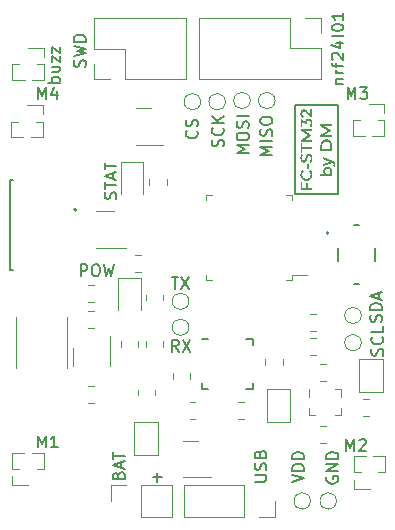
<source format=gbr>
%TF.GenerationSoftware,KiCad,Pcbnew,7.0.6-1.fc38*%
%TF.CreationDate,2023-08-03T18:28:49+02:00*%
%TF.ProjectId,quadcopter-flight-controler,71756164-636f-4707-9465-722d666c6967,rev?*%
%TF.SameCoordinates,Original*%
%TF.FileFunction,Legend,Top*%
%TF.FilePolarity,Positive*%
%FSLAX46Y46*%
G04 Gerber Fmt 4.6, Leading zero omitted, Abs format (unit mm)*
G04 Created by KiCad (PCBNEW 7.0.6-1.fc38) date 2023-08-03 18:28:49*
%MOMM*%
%LPD*%
G01*
G04 APERTURE LIST*
%ADD10C,0.150000*%
%ADD11C,0.200000*%
%ADD12C,0.120000*%
%ADD13C,0.100000*%
%ADD14C,0.127000*%
G04 APERTURE END LIST*
D10*
X161500000Y-88700000D02*
X165100000Y-88700000D01*
X165100000Y-96200000D01*
X161500000Y-96200000D01*
X161500000Y-88700000D01*
X146322200Y-96610839D02*
X146369819Y-96467982D01*
X146369819Y-96467982D02*
X146369819Y-96229887D01*
X146369819Y-96229887D02*
X146322200Y-96134649D01*
X146322200Y-96134649D02*
X146274580Y-96087030D01*
X146274580Y-96087030D02*
X146179342Y-96039411D01*
X146179342Y-96039411D02*
X146084104Y-96039411D01*
X146084104Y-96039411D02*
X145988866Y-96087030D01*
X145988866Y-96087030D02*
X145941247Y-96134649D01*
X145941247Y-96134649D02*
X145893628Y-96229887D01*
X145893628Y-96229887D02*
X145846009Y-96420363D01*
X145846009Y-96420363D02*
X145798390Y-96515601D01*
X145798390Y-96515601D02*
X145750771Y-96563220D01*
X145750771Y-96563220D02*
X145655533Y-96610839D01*
X145655533Y-96610839D02*
X145560295Y-96610839D01*
X145560295Y-96610839D02*
X145465057Y-96563220D01*
X145465057Y-96563220D02*
X145417438Y-96515601D01*
X145417438Y-96515601D02*
X145369819Y-96420363D01*
X145369819Y-96420363D02*
X145369819Y-96182268D01*
X145369819Y-96182268D02*
X145417438Y-96039411D01*
X145369819Y-95753696D02*
X145369819Y-95182268D01*
X146369819Y-95467982D02*
X145369819Y-95467982D01*
X146084104Y-94896553D02*
X146084104Y-94420363D01*
X146369819Y-94991791D02*
X145369819Y-94658458D01*
X145369819Y-94658458D02*
X146369819Y-94325125D01*
X145369819Y-94134648D02*
X145369819Y-93563220D01*
X146369819Y-93848934D02*
X145369819Y-93848934D01*
X146546009Y-120029887D02*
X146593628Y-119887030D01*
X146593628Y-119887030D02*
X146641247Y-119839411D01*
X146641247Y-119839411D02*
X146736485Y-119791792D01*
X146736485Y-119791792D02*
X146879342Y-119791792D01*
X146879342Y-119791792D02*
X146974580Y-119839411D01*
X146974580Y-119839411D02*
X147022200Y-119887030D01*
X147022200Y-119887030D02*
X147069819Y-119982268D01*
X147069819Y-119982268D02*
X147069819Y-120363220D01*
X147069819Y-120363220D02*
X146069819Y-120363220D01*
X146069819Y-120363220D02*
X146069819Y-120029887D01*
X146069819Y-120029887D02*
X146117438Y-119934649D01*
X146117438Y-119934649D02*
X146165057Y-119887030D01*
X146165057Y-119887030D02*
X146260295Y-119839411D01*
X146260295Y-119839411D02*
X146355533Y-119839411D01*
X146355533Y-119839411D02*
X146450771Y-119887030D01*
X146450771Y-119887030D02*
X146498390Y-119934649D01*
X146498390Y-119934649D02*
X146546009Y-120029887D01*
X146546009Y-120029887D02*
X146546009Y-120363220D01*
X146784104Y-119410839D02*
X146784104Y-118934649D01*
X147069819Y-119506077D02*
X146069819Y-119172744D01*
X146069819Y-119172744D02*
X147069819Y-118839411D01*
X146069819Y-118648934D02*
X146069819Y-118077506D01*
X147069819Y-118363220D02*
X146069819Y-118363220D01*
X165936779Y-88169819D02*
X165936779Y-87169819D01*
X165936779Y-87169819D02*
X166270112Y-87884104D01*
X166270112Y-87884104D02*
X166603445Y-87169819D01*
X166603445Y-87169819D02*
X166603445Y-88169819D01*
X166984398Y-87169819D02*
X167603445Y-87169819D01*
X167603445Y-87169819D02*
X167270112Y-87550771D01*
X167270112Y-87550771D02*
X167412969Y-87550771D01*
X167412969Y-87550771D02*
X167508207Y-87598390D01*
X167508207Y-87598390D02*
X167555826Y-87646009D01*
X167555826Y-87646009D02*
X167603445Y-87741247D01*
X167603445Y-87741247D02*
X167603445Y-87979342D01*
X167603445Y-87979342D02*
X167555826Y-88074580D01*
X167555826Y-88074580D02*
X167508207Y-88122200D01*
X167508207Y-88122200D02*
X167412969Y-88169819D01*
X167412969Y-88169819D02*
X167127255Y-88169819D01*
X167127255Y-88169819D02*
X167032017Y-88122200D01*
X167032017Y-88122200D02*
X166984398Y-88074580D01*
X158069819Y-120563220D02*
X158879342Y-120563220D01*
X158879342Y-120563220D02*
X158974580Y-120515601D01*
X158974580Y-120515601D02*
X159022200Y-120467982D01*
X159022200Y-120467982D02*
X159069819Y-120372744D01*
X159069819Y-120372744D02*
X159069819Y-120182268D01*
X159069819Y-120182268D02*
X159022200Y-120087030D01*
X159022200Y-120087030D02*
X158974580Y-120039411D01*
X158974580Y-120039411D02*
X158879342Y-119991792D01*
X158879342Y-119991792D02*
X158069819Y-119991792D01*
X159022200Y-119563220D02*
X159069819Y-119420363D01*
X159069819Y-119420363D02*
X159069819Y-119182268D01*
X159069819Y-119182268D02*
X159022200Y-119087030D01*
X159022200Y-119087030D02*
X158974580Y-119039411D01*
X158974580Y-119039411D02*
X158879342Y-118991792D01*
X158879342Y-118991792D02*
X158784104Y-118991792D01*
X158784104Y-118991792D02*
X158688866Y-119039411D01*
X158688866Y-119039411D02*
X158641247Y-119087030D01*
X158641247Y-119087030D02*
X158593628Y-119182268D01*
X158593628Y-119182268D02*
X158546009Y-119372744D01*
X158546009Y-119372744D02*
X158498390Y-119467982D01*
X158498390Y-119467982D02*
X158450771Y-119515601D01*
X158450771Y-119515601D02*
X158355533Y-119563220D01*
X158355533Y-119563220D02*
X158260295Y-119563220D01*
X158260295Y-119563220D02*
X158165057Y-119515601D01*
X158165057Y-119515601D02*
X158117438Y-119467982D01*
X158117438Y-119467982D02*
X158069819Y-119372744D01*
X158069819Y-119372744D02*
X158069819Y-119134649D01*
X158069819Y-119134649D02*
X158117438Y-118991792D01*
X158546009Y-118229887D02*
X158593628Y-118087030D01*
X158593628Y-118087030D02*
X158641247Y-118039411D01*
X158641247Y-118039411D02*
X158736485Y-117991792D01*
X158736485Y-117991792D02*
X158879342Y-117991792D01*
X158879342Y-117991792D02*
X158974580Y-118039411D01*
X158974580Y-118039411D02*
X159022200Y-118087030D01*
X159022200Y-118087030D02*
X159069819Y-118182268D01*
X159069819Y-118182268D02*
X159069819Y-118563220D01*
X159069819Y-118563220D02*
X158069819Y-118563220D01*
X158069819Y-118563220D02*
X158069819Y-118229887D01*
X158069819Y-118229887D02*
X158117438Y-118134649D01*
X158117438Y-118134649D02*
X158165057Y-118087030D01*
X158165057Y-118087030D02*
X158260295Y-118039411D01*
X158260295Y-118039411D02*
X158355533Y-118039411D01*
X158355533Y-118039411D02*
X158450771Y-118087030D01*
X158450771Y-118087030D02*
X158498390Y-118134649D01*
X158498390Y-118134649D02*
X158546009Y-118229887D01*
X158546009Y-118229887D02*
X158546009Y-118563220D01*
X143336779Y-103169819D02*
X143336779Y-102169819D01*
X143336779Y-102169819D02*
X143717731Y-102169819D01*
X143717731Y-102169819D02*
X143812969Y-102217438D01*
X143812969Y-102217438D02*
X143860588Y-102265057D01*
X143860588Y-102265057D02*
X143908207Y-102360295D01*
X143908207Y-102360295D02*
X143908207Y-102503152D01*
X143908207Y-102503152D02*
X143860588Y-102598390D01*
X143860588Y-102598390D02*
X143812969Y-102646009D01*
X143812969Y-102646009D02*
X143717731Y-102693628D01*
X143717731Y-102693628D02*
X143336779Y-102693628D01*
X144527255Y-102169819D02*
X144717731Y-102169819D01*
X144717731Y-102169819D02*
X144812969Y-102217438D01*
X144812969Y-102217438D02*
X144908207Y-102312676D01*
X144908207Y-102312676D02*
X144955826Y-102503152D01*
X144955826Y-102503152D02*
X144955826Y-102836485D01*
X144955826Y-102836485D02*
X144908207Y-103026961D01*
X144908207Y-103026961D02*
X144812969Y-103122200D01*
X144812969Y-103122200D02*
X144717731Y-103169819D01*
X144717731Y-103169819D02*
X144527255Y-103169819D01*
X144527255Y-103169819D02*
X144432017Y-103122200D01*
X144432017Y-103122200D02*
X144336779Y-103026961D01*
X144336779Y-103026961D02*
X144289160Y-102836485D01*
X144289160Y-102836485D02*
X144289160Y-102503152D01*
X144289160Y-102503152D02*
X144336779Y-102312676D01*
X144336779Y-102312676D02*
X144432017Y-102217438D01*
X144432017Y-102217438D02*
X144527255Y-102169819D01*
X145289160Y-102169819D02*
X145527255Y-103169819D01*
X145527255Y-103169819D02*
X145717731Y-102455533D01*
X145717731Y-102455533D02*
X145908207Y-103169819D01*
X145908207Y-103169819D02*
X146146303Y-102169819D01*
X139736779Y-117669819D02*
X139736779Y-116669819D01*
X139736779Y-116669819D02*
X140070112Y-117384104D01*
X140070112Y-117384104D02*
X140403445Y-116669819D01*
X140403445Y-116669819D02*
X140403445Y-117669819D01*
X141403445Y-117669819D02*
X140832017Y-117669819D01*
X141117731Y-117669819D02*
X141117731Y-116669819D01*
X141117731Y-116669819D02*
X141022493Y-116812676D01*
X141022493Y-116812676D02*
X140927255Y-116907914D01*
X140927255Y-116907914D02*
X140832017Y-116955533D01*
D11*
G36*
X161965212Y-95193509D02*
G01*
X161965212Y-95909141D01*
X162950000Y-95909141D01*
X162950000Y-95726936D01*
X162572644Y-95726936D01*
X162572644Y-95253837D01*
X162418527Y-95253837D01*
X162418527Y-95726936D01*
X162117864Y-95726936D01*
X162117864Y-95193509D01*
X161965212Y-95193509D01*
G37*
G36*
X162965631Y-94575086D02*
G01*
X162965463Y-94560067D01*
X162964961Y-94545190D01*
X162964125Y-94530461D01*
X162962957Y-94515883D01*
X162961460Y-94501460D01*
X162959634Y-94487197D01*
X162957481Y-94473098D01*
X162955003Y-94459166D01*
X162952201Y-94445407D01*
X162949076Y-94431824D01*
X162945631Y-94418422D01*
X162941867Y-94405204D01*
X162937786Y-94392174D01*
X162933388Y-94379338D01*
X162928677Y-94366699D01*
X162923652Y-94354260D01*
X162918316Y-94342028D01*
X162912670Y-94330004D01*
X162906716Y-94318195D01*
X162900456Y-94306603D01*
X162893890Y-94295233D01*
X162887022Y-94284090D01*
X162879851Y-94273176D01*
X162872380Y-94262498D01*
X162864610Y-94252057D01*
X162856543Y-94241860D01*
X162848181Y-94231910D01*
X162839524Y-94222210D01*
X162830575Y-94212766D01*
X162821335Y-94203582D01*
X162811805Y-94194661D01*
X162801988Y-94186008D01*
X162688660Y-94303488D01*
X162695959Y-94310246D01*
X162703020Y-94317100D01*
X162716428Y-94331098D01*
X162728887Y-94345477D01*
X162740401Y-94360233D01*
X162750973Y-94375363D01*
X162760607Y-94390862D01*
X162769307Y-94406727D01*
X162777076Y-94422954D01*
X162783917Y-94439538D01*
X162789834Y-94456476D01*
X162794832Y-94473765D01*
X162798912Y-94491399D01*
X162802080Y-94509375D01*
X162804338Y-94527689D01*
X162805690Y-94546338D01*
X162806140Y-94565317D01*
X162805720Y-94584178D01*
X162804470Y-94602695D01*
X162802404Y-94620851D01*
X162799539Y-94638629D01*
X162795891Y-94656013D01*
X162791473Y-94672985D01*
X162786303Y-94689530D01*
X162780396Y-94705630D01*
X162773766Y-94721269D01*
X162766430Y-94736431D01*
X162758403Y-94751097D01*
X162749700Y-94765253D01*
X162740338Y-94778880D01*
X162730330Y-94791963D01*
X162719694Y-94804485D01*
X162708443Y-94816429D01*
X162696595Y-94827778D01*
X162684164Y-94838516D01*
X162671165Y-94848626D01*
X162657615Y-94858091D01*
X162643529Y-94866895D01*
X162628921Y-94875021D01*
X162613808Y-94882452D01*
X162598206Y-94889171D01*
X162582129Y-94895163D01*
X162565593Y-94900410D01*
X162548613Y-94904895D01*
X162531206Y-94908602D01*
X162513386Y-94911515D01*
X162495169Y-94913616D01*
X162476571Y-94914889D01*
X162457606Y-94915317D01*
X162438663Y-94914889D01*
X162420086Y-94913616D01*
X162401888Y-94911515D01*
X162384086Y-94908602D01*
X162366696Y-94904895D01*
X162349732Y-94900410D01*
X162333211Y-94895163D01*
X162317147Y-94889171D01*
X162301557Y-94882452D01*
X162286456Y-94875021D01*
X162271859Y-94866895D01*
X162257781Y-94858091D01*
X162244240Y-94848626D01*
X162231249Y-94838516D01*
X162218825Y-94827778D01*
X162206982Y-94816429D01*
X162195737Y-94804485D01*
X162185105Y-94791963D01*
X162175102Y-94778880D01*
X162165743Y-94765253D01*
X162157043Y-94751097D01*
X162149018Y-94736431D01*
X162141684Y-94721269D01*
X162135057Y-94705630D01*
X162129150Y-94689530D01*
X162123981Y-94672985D01*
X162119565Y-94656013D01*
X162115916Y-94638629D01*
X162113052Y-94620851D01*
X162110987Y-94602695D01*
X162109736Y-94584178D01*
X162109316Y-94565317D01*
X162109765Y-94546338D01*
X162111115Y-94527689D01*
X162113366Y-94509375D01*
X162116521Y-94491399D01*
X162120580Y-94473765D01*
X162125544Y-94456476D01*
X162131416Y-94439538D01*
X162138197Y-94422954D01*
X162145888Y-94406727D01*
X162154491Y-94390862D01*
X162164007Y-94375363D01*
X162174437Y-94360233D01*
X162185783Y-94345477D01*
X162198046Y-94331098D01*
X162211229Y-94317100D01*
X162225331Y-94303488D01*
X162113468Y-94186008D01*
X162103650Y-94194661D01*
X162094118Y-94203581D01*
X162084875Y-94212765D01*
X162075922Y-94222208D01*
X162067259Y-94231905D01*
X162058890Y-94241852D01*
X162050816Y-94252045D01*
X162043038Y-94262478D01*
X162035558Y-94273149D01*
X162028378Y-94284052D01*
X162021499Y-94295184D01*
X162014923Y-94306539D01*
X162008652Y-94318113D01*
X162002687Y-94329902D01*
X161997030Y-94341902D01*
X161991682Y-94354108D01*
X161986646Y-94366515D01*
X161981923Y-94379121D01*
X161977514Y-94391919D01*
X161973422Y-94404905D01*
X161969647Y-94418076D01*
X161966192Y-94431427D01*
X161963058Y-94444954D01*
X161960247Y-94458651D01*
X161957761Y-94472515D01*
X161955601Y-94486542D01*
X161953768Y-94500727D01*
X161952265Y-94515065D01*
X161951093Y-94529552D01*
X161950254Y-94544184D01*
X161949749Y-94558957D01*
X161949581Y-94573865D01*
X161950199Y-94601845D01*
X161952037Y-94629348D01*
X161955071Y-94656346D01*
X161959278Y-94682812D01*
X161964635Y-94708720D01*
X161971118Y-94734042D01*
X161978703Y-94758752D01*
X161987366Y-94782823D01*
X161997084Y-94806227D01*
X162007834Y-94828939D01*
X162019592Y-94850930D01*
X162032335Y-94872174D01*
X162046038Y-94892645D01*
X162060678Y-94912315D01*
X162076232Y-94931157D01*
X162092677Y-94949144D01*
X162109987Y-94966250D01*
X162128141Y-94982448D01*
X162147114Y-94997710D01*
X162166883Y-95012009D01*
X162187424Y-95025320D01*
X162208714Y-95037614D01*
X162230729Y-95048865D01*
X162253446Y-95059046D01*
X162276840Y-95068130D01*
X162300889Y-95076090D01*
X162325569Y-95082900D01*
X162350856Y-95088532D01*
X162376727Y-95092959D01*
X162403158Y-95096154D01*
X162430125Y-95098091D01*
X162457606Y-95098743D01*
X162485108Y-95098091D01*
X162512094Y-95096155D01*
X162538541Y-95092960D01*
X162564426Y-95088534D01*
X162589724Y-95082905D01*
X162614413Y-95076098D01*
X162638470Y-95068143D01*
X162661869Y-95059065D01*
X162684589Y-95048892D01*
X162706606Y-95037651D01*
X162727896Y-95025369D01*
X162748436Y-95012074D01*
X162768203Y-94997791D01*
X162787172Y-94982550D01*
X162805321Y-94966376D01*
X162822627Y-94949297D01*
X162839065Y-94931340D01*
X162854612Y-94912532D01*
X162869246Y-94892901D01*
X162882941Y-94872473D01*
X162895676Y-94851275D01*
X162907427Y-94829335D01*
X162918169Y-94806681D01*
X162927880Y-94783338D01*
X162936537Y-94759334D01*
X162944115Y-94734697D01*
X162950592Y-94709453D01*
X162955943Y-94683630D01*
X162960147Y-94657255D01*
X162963178Y-94630354D01*
X162965014Y-94602956D01*
X162965631Y-94575086D01*
G37*
G36*
X162637369Y-93682379D02*
G01*
X162491800Y-93682379D01*
X162491800Y-94067306D01*
X162637369Y-94067306D01*
X162637369Y-93682379D01*
G37*
G36*
X162965631Y-93191206D02*
G01*
X162965241Y-93166410D01*
X162964084Y-93142439D01*
X162962181Y-93119292D01*
X162959552Y-93096966D01*
X162956217Y-93075459D01*
X162952197Y-93054767D01*
X162947513Y-93034889D01*
X162942184Y-93015821D01*
X162936231Y-92997562D01*
X162929674Y-92980108D01*
X162922535Y-92963457D01*
X162914832Y-92947607D01*
X162906588Y-92932555D01*
X162897821Y-92918299D01*
X162888552Y-92904835D01*
X162878803Y-92892162D01*
X162868592Y-92880276D01*
X162857941Y-92869176D01*
X162846871Y-92858859D01*
X162835400Y-92849321D01*
X162823550Y-92840562D01*
X162811342Y-92832577D01*
X162798795Y-92825365D01*
X162785929Y-92818923D01*
X162772767Y-92813249D01*
X162759326Y-92808339D01*
X162745629Y-92804191D01*
X162731696Y-92800804D01*
X162717546Y-92798173D01*
X162703201Y-92796298D01*
X162688681Y-92795174D01*
X162674005Y-92794800D01*
X162641486Y-92796467D01*
X162611739Y-92801326D01*
X162584609Y-92809164D01*
X162559941Y-92819767D01*
X162537578Y-92832925D01*
X162517366Y-92848423D01*
X162499149Y-92866049D01*
X162482771Y-92885590D01*
X162468076Y-92906833D01*
X162454910Y-92929566D01*
X162443116Y-92953576D01*
X162432540Y-92978649D01*
X162423024Y-93004574D01*
X162414415Y-93031137D01*
X162406557Y-93058126D01*
X162399293Y-93085327D01*
X162392469Y-93112529D01*
X162385928Y-93139517D01*
X162379516Y-93166080D01*
X162373076Y-93192005D01*
X162366454Y-93217079D01*
X162359493Y-93241088D01*
X162352038Y-93263821D01*
X162343934Y-93285064D01*
X162335025Y-93304605D01*
X162325155Y-93322231D01*
X162314169Y-93337729D01*
X162301912Y-93350887D01*
X162288227Y-93361491D01*
X162272960Y-93369329D01*
X162255954Y-93374187D01*
X162237055Y-93375854D01*
X162223009Y-93375126D01*
X162209400Y-93372914D01*
X162196293Y-93369177D01*
X162183752Y-93363875D01*
X162171843Y-93356965D01*
X162160629Y-93348407D01*
X162150176Y-93338159D01*
X162140548Y-93326181D01*
X162131811Y-93312431D01*
X162124028Y-93296869D01*
X162117265Y-93279452D01*
X162114286Y-93270036D01*
X162111586Y-93260140D01*
X162109174Y-93249761D01*
X162107057Y-93238892D01*
X162105243Y-93227529D01*
X162103741Y-93215667D01*
X162102559Y-93203299D01*
X162101705Y-93190422D01*
X162101186Y-93177030D01*
X162101011Y-93163119D01*
X162101312Y-93146966D01*
X162102217Y-93130584D01*
X162103729Y-93114001D01*
X162105850Y-93097245D01*
X162108584Y-93080345D01*
X162111934Y-93063329D01*
X162115901Y-93046224D01*
X162120490Y-93029060D01*
X162125702Y-93011864D01*
X162131542Y-92994665D01*
X162138011Y-92977491D01*
X162145112Y-92960370D01*
X162152850Y-92943331D01*
X162161225Y-92926402D01*
X162170241Y-92909611D01*
X162179902Y-92892986D01*
X162036531Y-92835589D01*
X162026338Y-92852007D01*
X162021462Y-92860531D01*
X162016737Y-92869254D01*
X162012161Y-92878168D01*
X162007737Y-92887266D01*
X162003466Y-92896538D01*
X161999349Y-92905977D01*
X161995387Y-92915574D01*
X161991580Y-92925323D01*
X161987931Y-92935214D01*
X161984440Y-92945241D01*
X161981109Y-92955393D01*
X161977938Y-92965665D01*
X161974928Y-92976047D01*
X161972082Y-92986531D01*
X161969399Y-92997110D01*
X161966881Y-93007775D01*
X161964529Y-93018519D01*
X161962345Y-93029333D01*
X161960329Y-93040209D01*
X161958482Y-93051139D01*
X161956806Y-93062116D01*
X161955301Y-93073130D01*
X161953970Y-93084175D01*
X161952812Y-93095242D01*
X161951829Y-93106322D01*
X161951023Y-93117409D01*
X161950394Y-93128493D01*
X161949943Y-93139567D01*
X161949671Y-93150623D01*
X161949581Y-93161653D01*
X161949972Y-93186445D01*
X161951132Y-93210404D01*
X161953041Y-93233531D01*
X161955679Y-93255830D01*
X161959028Y-93277305D01*
X161963066Y-93297957D01*
X161967775Y-93317791D01*
X161973135Y-93336810D01*
X161979126Y-93355015D01*
X161985728Y-93372412D01*
X161992922Y-93389002D01*
X162000689Y-93404789D01*
X162009007Y-93419775D01*
X162017859Y-93433965D01*
X162027223Y-93447361D01*
X162037081Y-93459965D01*
X162047412Y-93471782D01*
X162058198Y-93482814D01*
X162069418Y-93493065D01*
X162081052Y-93502536D01*
X162093082Y-93511233D01*
X162105486Y-93519157D01*
X162118247Y-93526311D01*
X162131343Y-93532700D01*
X162144756Y-93538325D01*
X162158465Y-93543191D01*
X162172451Y-93547299D01*
X162186695Y-93550653D01*
X162201176Y-93553257D01*
X162215875Y-93555113D01*
X162230772Y-93556224D01*
X162245847Y-93556594D01*
X162278851Y-93554923D01*
X162309043Y-93550052D01*
X162336581Y-93542194D01*
X162361622Y-93531564D01*
X162384324Y-93518373D01*
X162404842Y-93502836D01*
X162423335Y-93485165D01*
X162439959Y-93465575D01*
X162454872Y-93444278D01*
X162468230Y-93421488D01*
X162480191Y-93397418D01*
X162490911Y-93372281D01*
X162500548Y-93346291D01*
X162509258Y-93319661D01*
X162517199Y-93292604D01*
X162524528Y-93265334D01*
X162531403Y-93238064D01*
X162537979Y-93211007D01*
X162544414Y-93184377D01*
X162550865Y-93158387D01*
X162557489Y-93133250D01*
X162564444Y-93109180D01*
X162571885Y-93086390D01*
X162579972Y-93065093D01*
X162588859Y-93045503D01*
X162598705Y-93027832D01*
X162609667Y-93012295D01*
X162621901Y-92999105D01*
X162635565Y-92988474D01*
X162650816Y-92980617D01*
X162667810Y-92975746D01*
X162686706Y-92974075D01*
X162700175Y-92974836D01*
X162713162Y-92977143D01*
X162725612Y-92981031D01*
X162737474Y-92986535D01*
X162748693Y-92993688D01*
X162759216Y-93002526D01*
X162768990Y-93013084D01*
X162777961Y-93025396D01*
X162786076Y-93039497D01*
X162793283Y-93055421D01*
X162799527Y-93073204D01*
X162802271Y-93082803D01*
X162804755Y-93092880D01*
X162806972Y-93103438D01*
X162808914Y-93114483D01*
X162810576Y-93126018D01*
X162811951Y-93138049D01*
X162813032Y-93150578D01*
X162813812Y-93163612D01*
X162814286Y-93177153D01*
X162814445Y-93191206D01*
X162814314Y-93202506D01*
X162813925Y-93213820D01*
X162813282Y-93225140D01*
X162812390Y-93236457D01*
X162811255Y-93247762D01*
X162809880Y-93259044D01*
X162808272Y-93270296D01*
X162806434Y-93281508D01*
X162804372Y-93292670D01*
X162802091Y-93303773D01*
X162799595Y-93314809D01*
X162796889Y-93325768D01*
X162793979Y-93336641D01*
X162790868Y-93347418D01*
X162787563Y-93358090D01*
X162784067Y-93368649D01*
X162780386Y-93379084D01*
X162776524Y-93389388D01*
X162772487Y-93399549D01*
X162768279Y-93409561D01*
X162763906Y-93419412D01*
X162759371Y-93429094D01*
X162754681Y-93438597D01*
X162749839Y-93447913D01*
X162744850Y-93457033D01*
X162739721Y-93465946D01*
X162734455Y-93474644D01*
X162729057Y-93483118D01*
X162723532Y-93491358D01*
X162717885Y-93499355D01*
X162706245Y-93514584D01*
X162848150Y-93577599D01*
X162854655Y-93569768D01*
X162861021Y-93561533D01*
X162867246Y-93552908D01*
X162873324Y-93543906D01*
X162879251Y-93534538D01*
X162885022Y-93524820D01*
X162890633Y-93514762D01*
X162896079Y-93504379D01*
X162901356Y-93493683D01*
X162906459Y-93482688D01*
X162911384Y-93471406D01*
X162916127Y-93459850D01*
X162920681Y-93448033D01*
X162925045Y-93435968D01*
X162929211Y-93423669D01*
X162933177Y-93411147D01*
X162936938Y-93398417D01*
X162940489Y-93385490D01*
X162943825Y-93372381D01*
X162946942Y-93359101D01*
X162949836Y-93345665D01*
X162952502Y-93332084D01*
X162954936Y-93318373D01*
X162957132Y-93304543D01*
X162959087Y-93290608D01*
X162960796Y-93276580D01*
X162962255Y-93262474D01*
X162963458Y-93248301D01*
X162964402Y-93234075D01*
X162965082Y-93219808D01*
X162965493Y-93205515D01*
X162965631Y-93191206D01*
G37*
G36*
X162950000Y-92247452D02*
G01*
X162119330Y-92247452D01*
X162119330Y-91922853D01*
X161965212Y-91922853D01*
X161965212Y-92754500D01*
X162119330Y-92754500D01*
X162119330Y-92429657D01*
X162950000Y-92429657D01*
X162950000Y-92247452D01*
G37*
G36*
X161965212Y-90715072D02*
G01*
X161965212Y-90865038D01*
X162618073Y-91247278D01*
X161965212Y-91636356D01*
X161965212Y-91786322D01*
X162950000Y-91786322D01*
X162950000Y-91612665D01*
X162305931Y-91612665D01*
X162837648Y-91290509D01*
X162837648Y-91209420D01*
X162297383Y-90887264D01*
X162950000Y-90886042D01*
X162950000Y-90713851D01*
X161965212Y-90715072D01*
G37*
G36*
X162087090Y-89864375D02*
G01*
X161965212Y-89864375D01*
X161965212Y-90532379D01*
X162117864Y-90532379D01*
X162117864Y-90087124D01*
X162385066Y-90309629D01*
X162510851Y-90309629D01*
X162510851Y-90220236D01*
X162511020Y-90206560D01*
X162511523Y-90193373D01*
X162512355Y-90180670D01*
X162513512Y-90168449D01*
X162514988Y-90156706D01*
X162516779Y-90145438D01*
X162518879Y-90134640D01*
X162521285Y-90124310D01*
X162523990Y-90114443D01*
X162526990Y-90105037D01*
X162533855Y-90087590D01*
X162541840Y-90071940D01*
X162550907Y-90058059D01*
X162561015Y-90045919D01*
X162572126Y-90035490D01*
X162584200Y-90026744D01*
X162597198Y-90019652D01*
X162611081Y-90014186D01*
X162625808Y-90010317D01*
X162641341Y-90008017D01*
X162657641Y-90007257D01*
X162674499Y-90008153D01*
X162690522Y-90010817D01*
X162705673Y-90015217D01*
X162719919Y-90021316D01*
X162733225Y-90029081D01*
X162745555Y-90038478D01*
X162756876Y-90049472D01*
X162767153Y-90062028D01*
X162776351Y-90076113D01*
X162784435Y-90091692D01*
X162791370Y-90108731D01*
X162797123Y-90127195D01*
X162799544Y-90136951D01*
X162801657Y-90147050D01*
X162803457Y-90157489D01*
X162804939Y-90168262D01*
X162806099Y-90179366D01*
X162806933Y-90190797D01*
X162807437Y-90202549D01*
X162807606Y-90214619D01*
X162807495Y-90224956D01*
X162807163Y-90235265D01*
X162806615Y-90245538D01*
X162805852Y-90255771D01*
X162804879Y-90265958D01*
X162803697Y-90276091D01*
X162802310Y-90286166D01*
X162800721Y-90296177D01*
X162798934Y-90306117D01*
X162796950Y-90315981D01*
X162794774Y-90325762D01*
X162792408Y-90335455D01*
X162789855Y-90345053D01*
X162787118Y-90354552D01*
X162784201Y-90363944D01*
X162781106Y-90373224D01*
X162774395Y-90391424D01*
X162767010Y-90409104D01*
X162758976Y-90426217D01*
X162750316Y-90442715D01*
X162741055Y-90458550D01*
X162731217Y-90473675D01*
X162720827Y-90488042D01*
X162709909Y-90501604D01*
X162852302Y-90580006D01*
X162858924Y-90571328D01*
X162865368Y-90562381D01*
X162871634Y-90553173D01*
X162877718Y-90543714D01*
X162883619Y-90534011D01*
X162889335Y-90524074D01*
X162894863Y-90513911D01*
X162900201Y-90503531D01*
X162905346Y-90492943D01*
X162910298Y-90482154D01*
X162915053Y-90471174D01*
X162919609Y-90460012D01*
X162923964Y-90448675D01*
X162928116Y-90437173D01*
X162932063Y-90425514D01*
X162935803Y-90413707D01*
X162939333Y-90401761D01*
X162942651Y-90389683D01*
X162945755Y-90377484D01*
X162948642Y-90365170D01*
X162951312Y-90352752D01*
X162953760Y-90340237D01*
X162955986Y-90327635D01*
X162957987Y-90314953D01*
X162959761Y-90302201D01*
X162961305Y-90289387D01*
X162962618Y-90276520D01*
X162963697Y-90263608D01*
X162964540Y-90250660D01*
X162965145Y-90237685D01*
X162965509Y-90224692D01*
X162965631Y-90211688D01*
X162965217Y-90187410D01*
X162963988Y-90163943D01*
X162961968Y-90141283D01*
X162959177Y-90119428D01*
X162955637Y-90098376D01*
X162951370Y-90078123D01*
X162946397Y-90058668D01*
X162940741Y-90040008D01*
X162934423Y-90022140D01*
X162927465Y-90005061D01*
X162919889Y-89988770D01*
X162911715Y-89973262D01*
X162902967Y-89958536D01*
X162893666Y-89944590D01*
X162883833Y-89931420D01*
X162873490Y-89919024D01*
X162862660Y-89907399D01*
X162851363Y-89896543D01*
X162839622Y-89886454D01*
X162827457Y-89877128D01*
X162814892Y-89868563D01*
X162801947Y-89860756D01*
X162788645Y-89853705D01*
X162775007Y-89847407D01*
X162761055Y-89841860D01*
X162746810Y-89837061D01*
X162732295Y-89833008D01*
X162717531Y-89829697D01*
X162702540Y-89827126D01*
X162687343Y-89825294D01*
X162671962Y-89824196D01*
X162656420Y-89823830D01*
X162642607Y-89824105D01*
X162629021Y-89824929D01*
X162615668Y-89826301D01*
X162602560Y-89828221D01*
X162589705Y-89830689D01*
X162577113Y-89833704D01*
X162564793Y-89837266D01*
X162552754Y-89841374D01*
X162541005Y-89846027D01*
X162529556Y-89851226D01*
X162518417Y-89856969D01*
X162507596Y-89863256D01*
X162497102Y-89870087D01*
X162486946Y-89877461D01*
X162477135Y-89885378D01*
X162467681Y-89893836D01*
X162458591Y-89902837D01*
X162449876Y-89912379D01*
X162441544Y-89922461D01*
X162433605Y-89933084D01*
X162426068Y-89944246D01*
X162418943Y-89955948D01*
X162412238Y-89968188D01*
X162405964Y-89980966D01*
X162400129Y-89994282D01*
X162394742Y-90008136D01*
X162389813Y-90022526D01*
X162385352Y-90037453D01*
X162381367Y-90052915D01*
X162377868Y-90068912D01*
X162374864Y-90085445D01*
X162372365Y-90102511D01*
X162087090Y-89864375D01*
G37*
G36*
X162544556Y-89203209D02*
G01*
X162532609Y-89190795D01*
X162520894Y-89179006D01*
X162509402Y-89167826D01*
X162498125Y-89157241D01*
X162487053Y-89147235D01*
X162476177Y-89137793D01*
X162465488Y-89128900D01*
X162454976Y-89120541D01*
X162444634Y-89112700D01*
X162434450Y-89105364D01*
X162424417Y-89098515D01*
X162414524Y-89092141D01*
X162404764Y-89086224D01*
X162395126Y-89080751D01*
X162385601Y-89075706D01*
X162376181Y-89071074D01*
X162366857Y-89066840D01*
X162357618Y-89062988D01*
X162348456Y-89059504D01*
X162330326Y-89053578D01*
X162312393Y-89048942D01*
X162294584Y-89045474D01*
X162276825Y-89043053D01*
X162259044Y-89041558D01*
X162241167Y-89040868D01*
X162232170Y-89040788D01*
X162215994Y-89041187D01*
X162200217Y-89042379D01*
X162184846Y-89044350D01*
X162169888Y-89047091D01*
X162155351Y-89050590D01*
X162141243Y-89054837D01*
X162127570Y-89059818D01*
X162114342Y-89065525D01*
X162101564Y-89071945D01*
X162089245Y-89079067D01*
X162077392Y-89086880D01*
X162066014Y-89095373D01*
X162055116Y-89104535D01*
X162044708Y-89114354D01*
X162034796Y-89124820D01*
X162025388Y-89135920D01*
X162016491Y-89147645D01*
X162008114Y-89159982D01*
X162000264Y-89172921D01*
X161992948Y-89186451D01*
X161986173Y-89200560D01*
X161979949Y-89215236D01*
X161974281Y-89230470D01*
X161969177Y-89246249D01*
X161964646Y-89262563D01*
X161960695Y-89279400D01*
X161957330Y-89296750D01*
X161954561Y-89314600D01*
X161952393Y-89332940D01*
X161950836Y-89351759D01*
X161949896Y-89371045D01*
X161949581Y-89390788D01*
X161949757Y-89405803D01*
X161950283Y-89420664D01*
X161951156Y-89435365D01*
X161952372Y-89449899D01*
X161953929Y-89464260D01*
X161955821Y-89478442D01*
X161958047Y-89492438D01*
X161960602Y-89506242D01*
X161963484Y-89519847D01*
X161966689Y-89533248D01*
X161970213Y-89546437D01*
X161974053Y-89559408D01*
X161978206Y-89572156D01*
X161982668Y-89584672D01*
X161987436Y-89596952D01*
X161992506Y-89608988D01*
X161997876Y-89620775D01*
X162003542Y-89632305D01*
X162009499Y-89643573D01*
X162015746Y-89654572D01*
X162022278Y-89665296D01*
X162029092Y-89675738D01*
X162036185Y-89685892D01*
X162043553Y-89695752D01*
X162051193Y-89705310D01*
X162059102Y-89714562D01*
X162067276Y-89723499D01*
X162075711Y-89732117D01*
X162084405Y-89740408D01*
X162093354Y-89748366D01*
X162102554Y-89755985D01*
X162112002Y-89763258D01*
X162210921Y-89635763D01*
X162198131Y-89625215D01*
X162186226Y-89614097D01*
X162175197Y-89602422D01*
X162165037Y-89590204D01*
X162155737Y-89577457D01*
X162147289Y-89564193D01*
X162139685Y-89550428D01*
X162132916Y-89536173D01*
X162126974Y-89521444D01*
X162121851Y-89506253D01*
X162117538Y-89490614D01*
X162114029Y-89474540D01*
X162111313Y-89458046D01*
X162109384Y-89441145D01*
X162108232Y-89423850D01*
X162107850Y-89406175D01*
X162108003Y-89395059D01*
X162108459Y-89384288D01*
X162109217Y-89373863D01*
X162110273Y-89363785D01*
X162111624Y-89354054D01*
X162115205Y-89335633D01*
X162119938Y-89318606D01*
X162125803Y-89302976D01*
X162132779Y-89288747D01*
X162140845Y-89275924D01*
X162149980Y-89264509D01*
X162160164Y-89254508D01*
X162171376Y-89245924D01*
X162183595Y-89238760D01*
X162196801Y-89233022D01*
X162210972Y-89228712D01*
X162226088Y-89225835D01*
X162242128Y-89224394D01*
X162250488Y-89224214D01*
X162260877Y-89224424D01*
X162271375Y-89225114D01*
X162282027Y-89226375D01*
X162292879Y-89228298D01*
X162303978Y-89230973D01*
X162315369Y-89234492D01*
X162327097Y-89238946D01*
X162339209Y-89244425D01*
X162351750Y-89251021D01*
X162364767Y-89258823D01*
X162378304Y-89267924D01*
X162392408Y-89278413D01*
X162407125Y-89290382D01*
X162414727Y-89296950D01*
X162422500Y-89303922D01*
X162430448Y-89311310D01*
X162438579Y-89319124D01*
X162446897Y-89327376D01*
X162455408Y-89336077D01*
X162828367Y-89725400D01*
X162950000Y-89725400D01*
X162950000Y-89002930D01*
X162796127Y-89002930D01*
X162796127Y-89465038D01*
X162544556Y-89203209D01*
G37*
G36*
X164283706Y-93904864D02*
G01*
X164304754Y-93906256D01*
X164325301Y-93908554D01*
X164345335Y-93911738D01*
X164364842Y-93915790D01*
X164383810Y-93920690D01*
X164402226Y-93926420D01*
X164420077Y-93932960D01*
X164437350Y-93940292D01*
X164454032Y-93948397D01*
X164470111Y-93957256D01*
X164485573Y-93966850D01*
X164500407Y-93977160D01*
X164514598Y-93988167D01*
X164528135Y-93999853D01*
X164541004Y-94012198D01*
X164553192Y-94025183D01*
X164564687Y-94038790D01*
X164575476Y-94052999D01*
X164585546Y-94067792D01*
X164594884Y-94083150D01*
X164603477Y-94099053D01*
X164611313Y-94115484D01*
X164618379Y-94132423D01*
X164624661Y-94149850D01*
X164630148Y-94167748D01*
X164634825Y-94186097D01*
X164638681Y-94204878D01*
X164641702Y-94224073D01*
X164643876Y-94243662D01*
X164645190Y-94263627D01*
X164645631Y-94283948D01*
X164645221Y-94302910D01*
X164643991Y-94321498D01*
X164641938Y-94339692D01*
X164639059Y-94357473D01*
X164635354Y-94374822D01*
X164630819Y-94391720D01*
X164625453Y-94408146D01*
X164619253Y-94424083D01*
X164612217Y-94439510D01*
X164604344Y-94454408D01*
X164595630Y-94468758D01*
X164586074Y-94482541D01*
X164575674Y-94495737D01*
X164564427Y-94508327D01*
X164552332Y-94520291D01*
X164539385Y-94531611D01*
X164630000Y-94531611D01*
X164630000Y-94698184D01*
X163598318Y-94698184D01*
X163598318Y-94523306D01*
X163979337Y-94523306D01*
X163967108Y-94511720D01*
X163955700Y-94499598D01*
X163945108Y-94486957D01*
X163935327Y-94473817D01*
X163926353Y-94460196D01*
X163918182Y-94446112D01*
X163910810Y-94431585D01*
X163904232Y-94416633D01*
X163898444Y-94401275D01*
X163893441Y-94385529D01*
X163889220Y-94369413D01*
X163885776Y-94352947D01*
X163883105Y-94336149D01*
X163881202Y-94319037D01*
X163880185Y-94303488D01*
X164028185Y-94303488D01*
X164028451Y-94315215D01*
X164029243Y-94326756D01*
X164030555Y-94338099D01*
X164032379Y-94349233D01*
X164034708Y-94360144D01*
X164037534Y-94370821D01*
X164040852Y-94381252D01*
X164044652Y-94391423D01*
X164048929Y-94401323D01*
X164053675Y-94410940D01*
X164058883Y-94420261D01*
X164064545Y-94429274D01*
X164070655Y-94437967D01*
X164077205Y-94446327D01*
X164084188Y-94454343D01*
X164091597Y-94462002D01*
X164099424Y-94469291D01*
X164107663Y-94476199D01*
X164116306Y-94482713D01*
X164125346Y-94488821D01*
X164134775Y-94494512D01*
X164144588Y-94499771D01*
X164154775Y-94504588D01*
X164165331Y-94508950D01*
X164176248Y-94512844D01*
X164187519Y-94516259D01*
X164199136Y-94519182D01*
X164211093Y-94521602D01*
X164223382Y-94523504D01*
X164235996Y-94524879D01*
X164248927Y-94525713D01*
X164262170Y-94525993D01*
X164275390Y-94525713D01*
X164288301Y-94524879D01*
X164300895Y-94523504D01*
X164313166Y-94521602D01*
X164325106Y-94519182D01*
X164336707Y-94516259D01*
X164347964Y-94512844D01*
X164358867Y-94508950D01*
X164369411Y-94504588D01*
X164379587Y-94499771D01*
X164389389Y-94494512D01*
X164398809Y-94488821D01*
X164407841Y-94482713D01*
X164416476Y-94476199D01*
X164424708Y-94469291D01*
X164432529Y-94462002D01*
X164439933Y-94454343D01*
X164446911Y-94446327D01*
X164453457Y-94437967D01*
X164459563Y-94429274D01*
X164465222Y-94420261D01*
X164470427Y-94410940D01*
X164475171Y-94401323D01*
X164479447Y-94391423D01*
X164483246Y-94381252D01*
X164486563Y-94370821D01*
X164489389Y-94360144D01*
X164491717Y-94349233D01*
X164493541Y-94338099D01*
X164494852Y-94326756D01*
X164495644Y-94315215D01*
X164495910Y-94303488D01*
X164495644Y-94291765D01*
X164494852Y-94280234D01*
X164493541Y-94268907D01*
X164491717Y-94257795D01*
X164489389Y-94246912D01*
X164486563Y-94236267D01*
X164483246Y-94225874D01*
X164479447Y-94215744D01*
X164475171Y-94205888D01*
X164470427Y-94196319D01*
X164465222Y-94187049D01*
X164459563Y-94178088D01*
X164453457Y-94169450D01*
X164446911Y-94161145D01*
X164439933Y-94153186D01*
X164432529Y-94145585D01*
X164424708Y-94138353D01*
X164416476Y-94131501D01*
X164407841Y-94125043D01*
X164398809Y-94118989D01*
X164389389Y-94113352D01*
X164379587Y-94108143D01*
X164369411Y-94103374D01*
X164358867Y-94099057D01*
X164347964Y-94095203D01*
X164336707Y-94091825D01*
X164325106Y-94088935D01*
X164313166Y-94086543D01*
X164300895Y-94084662D01*
X164288301Y-94083304D01*
X164275390Y-94082481D01*
X164262170Y-94082204D01*
X164248927Y-94082481D01*
X164235996Y-94083304D01*
X164223382Y-94084662D01*
X164211093Y-94086543D01*
X164199136Y-94088935D01*
X164187519Y-94091825D01*
X164176248Y-94095203D01*
X164165331Y-94099057D01*
X164154775Y-94103374D01*
X164144588Y-94108143D01*
X164134775Y-94113352D01*
X164125346Y-94118989D01*
X164116306Y-94125043D01*
X164107663Y-94131501D01*
X164099424Y-94138353D01*
X164091597Y-94145585D01*
X164084188Y-94153186D01*
X164077205Y-94161145D01*
X164070655Y-94169450D01*
X164064545Y-94178088D01*
X164058883Y-94187049D01*
X164053675Y-94196319D01*
X164048929Y-94205888D01*
X164044652Y-94215744D01*
X164040852Y-94225874D01*
X164037534Y-94236267D01*
X164034708Y-94246912D01*
X164032379Y-94257795D01*
X164030555Y-94268907D01*
X164029243Y-94280234D01*
X164028451Y-94291765D01*
X164028185Y-94303488D01*
X163880185Y-94303488D01*
X163880064Y-94301631D01*
X163879685Y-94283948D01*
X163880123Y-94263627D01*
X163881426Y-94243662D01*
X163883584Y-94224073D01*
X163886583Y-94204878D01*
X163890412Y-94186097D01*
X163895058Y-94167748D01*
X163900508Y-94149850D01*
X163906751Y-94132423D01*
X163913773Y-94115484D01*
X163921563Y-94099053D01*
X163930109Y-94083150D01*
X163939397Y-94067792D01*
X163949416Y-94052999D01*
X163960153Y-94038790D01*
X163971596Y-94025183D01*
X163983733Y-94012198D01*
X163996551Y-93999853D01*
X164010037Y-93988167D01*
X164024181Y-93977160D01*
X164038968Y-93966850D01*
X164054387Y-93957256D01*
X164070426Y-93948397D01*
X164087072Y-93940292D01*
X164104313Y-93932960D01*
X164122136Y-93926420D01*
X164140529Y-93920690D01*
X164159480Y-93915790D01*
X164178976Y-93911738D01*
X164199006Y-93908554D01*
X164219556Y-93906256D01*
X164240615Y-93904864D01*
X164262170Y-93904395D01*
X164283706Y-93904864D01*
G37*
G36*
X164434605Y-93464025D02*
G01*
X163879685Y-93699231D01*
X163879685Y-93881192D01*
X164632442Y-93555128D01*
X164661995Y-93567584D01*
X164675437Y-93573941D01*
X164687844Y-93580394D01*
X164699237Y-93586975D01*
X164709642Y-93593718D01*
X164719080Y-93600656D01*
X164727576Y-93607821D01*
X164735152Y-93615247D01*
X164741832Y-93622966D01*
X164747639Y-93631012D01*
X164754764Y-93643764D01*
X164760055Y-93657435D01*
X164762603Y-93667115D01*
X164764394Y-93677286D01*
X164765451Y-93687980D01*
X164765799Y-93699231D01*
X164765289Y-93712615D01*
X164763783Y-93725928D01*
X164761314Y-93739102D01*
X164757916Y-93752065D01*
X164753623Y-93764748D01*
X164748468Y-93777081D01*
X164742487Y-93788994D01*
X164735711Y-93800416D01*
X164728175Y-93811279D01*
X164719914Y-93821511D01*
X164714019Y-93827947D01*
X164842979Y-93898045D01*
X164850872Y-93888763D01*
X164858330Y-93878810D01*
X164865344Y-93868239D01*
X164871903Y-93857100D01*
X164877997Y-93845444D01*
X164883616Y-93833323D01*
X164888748Y-93820787D01*
X164893385Y-93807889D01*
X164897515Y-93794678D01*
X164901128Y-93781207D01*
X164904213Y-93767525D01*
X164906761Y-93753686D01*
X164908761Y-93739739D01*
X164910202Y-93725736D01*
X164911074Y-93711728D01*
X164911367Y-93697766D01*
X164911214Y-93686174D01*
X164910744Y-93674753D01*
X164909948Y-93663503D01*
X164908811Y-93652423D01*
X164907323Y-93641513D01*
X164905471Y-93630772D01*
X164903244Y-93620200D01*
X164900628Y-93609796D01*
X164897613Y-93599560D01*
X164894185Y-93589492D01*
X164890333Y-93579590D01*
X164886045Y-93569854D01*
X164881309Y-93560285D01*
X164876112Y-93550880D01*
X164870443Y-93541641D01*
X164864289Y-93532566D01*
X164857639Y-93523655D01*
X164850480Y-93514907D01*
X164842801Y-93506322D01*
X164834588Y-93497899D01*
X164825831Y-93489638D01*
X164816516Y-93481539D01*
X164806633Y-93473601D01*
X164796169Y-93465823D01*
X164785111Y-93458205D01*
X164773448Y-93450746D01*
X164761168Y-93443446D01*
X164748258Y-93436305D01*
X164734707Y-93429322D01*
X164720502Y-93422496D01*
X164705631Y-93415827D01*
X164690083Y-93409315D01*
X163879685Y-93059315D01*
X163879685Y-93227354D01*
X164434605Y-93464025D01*
G37*
G36*
X164165307Y-91585208D02*
G01*
X164192160Y-91587090D01*
X164218393Y-91590200D01*
X164243988Y-91594517D01*
X164268927Y-91600020D01*
X164293193Y-91606688D01*
X164316767Y-91614500D01*
X164339633Y-91623434D01*
X164361772Y-91633469D01*
X164383168Y-91644585D01*
X164403802Y-91656759D01*
X164423657Y-91669971D01*
X164442715Y-91684199D01*
X164460959Y-91699423D01*
X164478371Y-91715620D01*
X164494933Y-91732771D01*
X164510628Y-91750853D01*
X164525438Y-91769846D01*
X164539346Y-91789727D01*
X164552333Y-91810477D01*
X164564383Y-91832074D01*
X164575477Y-91854496D01*
X164585599Y-91877723D01*
X164594729Y-91901734D01*
X164602852Y-91926506D01*
X164609949Y-91952019D01*
X164616002Y-91978252D01*
X164620994Y-92005183D01*
X164624907Y-92032791D01*
X164627725Y-92061056D01*
X164629428Y-92089955D01*
X164630000Y-92119468D01*
X164630000Y-92547870D01*
X163645212Y-92547870D01*
X163645212Y-92365665D01*
X163799330Y-92365665D01*
X164476127Y-92365665D01*
X164476127Y-92127773D01*
X164475736Y-92107529D01*
X164474573Y-92087749D01*
X164472650Y-92068443D01*
X164469976Y-92049623D01*
X164466565Y-92031301D01*
X164462427Y-92013488D01*
X164457575Y-91996198D01*
X164452019Y-91979441D01*
X164445772Y-91963229D01*
X164438845Y-91947574D01*
X164431249Y-91932488D01*
X164422997Y-91917983D01*
X164414099Y-91904071D01*
X164404567Y-91890762D01*
X164394414Y-91878070D01*
X164383650Y-91866005D01*
X164372287Y-91854581D01*
X164360337Y-91843807D01*
X164347811Y-91833698D01*
X164334721Y-91824263D01*
X164321078Y-91815515D01*
X164306894Y-91807466D01*
X164292181Y-91800127D01*
X164276950Y-91793511D01*
X164261213Y-91787629D01*
X164244981Y-91782493D01*
X164228266Y-91778115D01*
X164211080Y-91774506D01*
X164193433Y-91771679D01*
X164175338Y-91769644D01*
X164156807Y-91768415D01*
X164137850Y-91768003D01*
X164118893Y-91768415D01*
X164100359Y-91769644D01*
X164082261Y-91771679D01*
X164064610Y-91774506D01*
X164047418Y-91778115D01*
X164030697Y-91782493D01*
X164014457Y-91787629D01*
X163998712Y-91793511D01*
X163983472Y-91800127D01*
X163968749Y-91807466D01*
X163954555Y-91815515D01*
X163940902Y-91824263D01*
X163927801Y-91833698D01*
X163915264Y-91843807D01*
X163903302Y-91854581D01*
X163891928Y-91866005D01*
X163881153Y-91878070D01*
X163870988Y-91890762D01*
X163861445Y-91904071D01*
X163852537Y-91917983D01*
X163844274Y-91932488D01*
X163836668Y-91947574D01*
X163829731Y-91963229D01*
X163823475Y-91979441D01*
X163817911Y-91996198D01*
X163813052Y-92013488D01*
X163808907Y-92031301D01*
X163805491Y-92049623D01*
X163802813Y-92068443D01*
X163800885Y-92087749D01*
X163799720Y-92107529D01*
X163799330Y-92127773D01*
X163799330Y-92365665D01*
X163645212Y-92365665D01*
X163645212Y-92119468D01*
X163645785Y-92089955D01*
X163647490Y-92061056D01*
X163650311Y-92032791D01*
X163654229Y-92005183D01*
X163659227Y-91978252D01*
X163665287Y-91952019D01*
X163672392Y-91926506D01*
X163680525Y-91901734D01*
X163689666Y-91877723D01*
X163699799Y-91854496D01*
X163710906Y-91832074D01*
X163722969Y-91810477D01*
X163735971Y-91789727D01*
X163749893Y-91769846D01*
X163764720Y-91750853D01*
X163780431Y-91732771D01*
X163797011Y-91715620D01*
X163814441Y-91699423D01*
X163832704Y-91684199D01*
X163851781Y-91669971D01*
X163871656Y-91656759D01*
X163892311Y-91644585D01*
X163913727Y-91633469D01*
X163935888Y-91623434D01*
X163958776Y-91614500D01*
X163982372Y-91606688D01*
X164006660Y-91600020D01*
X164031621Y-91594517D01*
X164057239Y-91590200D01*
X164083494Y-91587090D01*
X164110371Y-91585208D01*
X164137850Y-91584577D01*
X164165307Y-91585208D01*
G37*
G36*
X163645212Y-90320864D02*
G01*
X163645212Y-90470829D01*
X164298073Y-90853069D01*
X163645212Y-91242148D01*
X163645212Y-91392113D01*
X164630000Y-91392113D01*
X164630000Y-91218457D01*
X163985931Y-91218457D01*
X164517648Y-90896300D01*
X164517648Y-90815212D01*
X163977383Y-90493055D01*
X164630000Y-90491834D01*
X164630000Y-90319643D01*
X163645212Y-90320864D01*
G37*
D10*
X165836779Y-117969819D02*
X165836779Y-116969819D01*
X165836779Y-116969819D02*
X166170112Y-117684104D01*
X166170112Y-117684104D02*
X166503445Y-116969819D01*
X166503445Y-116969819D02*
X166503445Y-117969819D01*
X166932017Y-117065057D02*
X166979636Y-117017438D01*
X166979636Y-117017438D02*
X167074874Y-116969819D01*
X167074874Y-116969819D02*
X167312969Y-116969819D01*
X167312969Y-116969819D02*
X167408207Y-117017438D01*
X167408207Y-117017438D02*
X167455826Y-117065057D01*
X167455826Y-117065057D02*
X167503445Y-117160295D01*
X167503445Y-117160295D02*
X167503445Y-117255533D01*
X167503445Y-117255533D02*
X167455826Y-117398390D01*
X167455826Y-117398390D02*
X166884398Y-117969819D01*
X166884398Y-117969819D02*
X167503445Y-117969819D01*
X139736779Y-88169819D02*
X139736779Y-87169819D01*
X139736779Y-87169819D02*
X140070112Y-87884104D01*
X140070112Y-87884104D02*
X140403445Y-87169819D01*
X140403445Y-87169819D02*
X140403445Y-88169819D01*
X141308207Y-87503152D02*
X141308207Y-88169819D01*
X141070112Y-87122200D02*
X140832017Y-87836485D01*
X140832017Y-87836485D02*
X141451064Y-87836485D01*
X149436779Y-120188866D02*
X150198684Y-120188866D01*
X149817731Y-120569819D02*
X149817731Y-119807914D01*
X164928152Y-86876190D02*
X165594819Y-86876190D01*
X165023390Y-86876190D02*
X164975771Y-86828571D01*
X164975771Y-86828571D02*
X164928152Y-86733333D01*
X164928152Y-86733333D02*
X164928152Y-86590476D01*
X164928152Y-86590476D02*
X164975771Y-86495238D01*
X164975771Y-86495238D02*
X165071009Y-86447619D01*
X165071009Y-86447619D02*
X165594819Y-86447619D01*
X165594819Y-85971428D02*
X164928152Y-85971428D01*
X165118628Y-85971428D02*
X165023390Y-85923809D01*
X165023390Y-85923809D02*
X164975771Y-85876190D01*
X164975771Y-85876190D02*
X164928152Y-85780952D01*
X164928152Y-85780952D02*
X164928152Y-85685714D01*
X164928152Y-85495237D02*
X164928152Y-85114285D01*
X165594819Y-85352380D02*
X164737676Y-85352380D01*
X164737676Y-85352380D02*
X164642438Y-85304761D01*
X164642438Y-85304761D02*
X164594819Y-85209523D01*
X164594819Y-85209523D02*
X164594819Y-85114285D01*
X164690057Y-84828570D02*
X164642438Y-84780951D01*
X164642438Y-84780951D02*
X164594819Y-84685713D01*
X164594819Y-84685713D02*
X164594819Y-84447618D01*
X164594819Y-84447618D02*
X164642438Y-84352380D01*
X164642438Y-84352380D02*
X164690057Y-84304761D01*
X164690057Y-84304761D02*
X164785295Y-84257142D01*
X164785295Y-84257142D02*
X164880533Y-84257142D01*
X164880533Y-84257142D02*
X165023390Y-84304761D01*
X165023390Y-84304761D02*
X165594819Y-84876189D01*
X165594819Y-84876189D02*
X165594819Y-84257142D01*
X164928152Y-83399999D02*
X165594819Y-83399999D01*
X164547200Y-83638094D02*
X165261485Y-83876189D01*
X165261485Y-83876189D02*
X165261485Y-83257142D01*
X165594819Y-82733332D02*
X165547200Y-82828570D01*
X165547200Y-82828570D02*
X165451961Y-82876189D01*
X165451961Y-82876189D02*
X164594819Y-82876189D01*
X164594819Y-82161903D02*
X164594819Y-82066665D01*
X164594819Y-82066665D02*
X164642438Y-81971427D01*
X164642438Y-81971427D02*
X164690057Y-81923808D01*
X164690057Y-81923808D02*
X164785295Y-81876189D01*
X164785295Y-81876189D02*
X164975771Y-81828570D01*
X164975771Y-81828570D02*
X165213866Y-81828570D01*
X165213866Y-81828570D02*
X165404342Y-81876189D01*
X165404342Y-81876189D02*
X165499580Y-81923808D01*
X165499580Y-81923808D02*
X165547200Y-81971427D01*
X165547200Y-81971427D02*
X165594819Y-82066665D01*
X165594819Y-82066665D02*
X165594819Y-82161903D01*
X165594819Y-82161903D02*
X165547200Y-82257141D01*
X165547200Y-82257141D02*
X165499580Y-82304760D01*
X165499580Y-82304760D02*
X165404342Y-82352379D01*
X165404342Y-82352379D02*
X165213866Y-82399998D01*
X165213866Y-82399998D02*
X164975771Y-82399998D01*
X164975771Y-82399998D02*
X164785295Y-82352379D01*
X164785295Y-82352379D02*
X164690057Y-82304760D01*
X164690057Y-82304760D02*
X164642438Y-82257141D01*
X164642438Y-82257141D02*
X164594819Y-82161903D01*
X165594819Y-80876189D02*
X165594819Y-81447617D01*
X165594819Y-81161903D02*
X164594819Y-81161903D01*
X164594819Y-81161903D02*
X164737676Y-81257141D01*
X164737676Y-81257141D02*
X164832914Y-81352379D01*
X164832914Y-81352379D02*
X164880533Y-81447617D01*
X153159580Y-90866666D02*
X153207200Y-90914285D01*
X153207200Y-90914285D02*
X153254819Y-91057142D01*
X153254819Y-91057142D02*
X153254819Y-91152380D01*
X153254819Y-91152380D02*
X153207200Y-91295237D01*
X153207200Y-91295237D02*
X153111961Y-91390475D01*
X153111961Y-91390475D02*
X153016723Y-91438094D01*
X153016723Y-91438094D02*
X152826247Y-91485713D01*
X152826247Y-91485713D02*
X152683390Y-91485713D01*
X152683390Y-91485713D02*
X152492914Y-91438094D01*
X152492914Y-91438094D02*
X152397676Y-91390475D01*
X152397676Y-91390475D02*
X152302438Y-91295237D01*
X152302438Y-91295237D02*
X152254819Y-91152380D01*
X152254819Y-91152380D02*
X152254819Y-91057142D01*
X152254819Y-91057142D02*
X152302438Y-90914285D01*
X152302438Y-90914285D02*
X152350057Y-90866666D01*
X153207200Y-90485713D02*
X153254819Y-90342856D01*
X153254819Y-90342856D02*
X153254819Y-90104761D01*
X153254819Y-90104761D02*
X153207200Y-90009523D01*
X153207200Y-90009523D02*
X153159580Y-89961904D01*
X153159580Y-89961904D02*
X153064342Y-89914285D01*
X153064342Y-89914285D02*
X152969104Y-89914285D01*
X152969104Y-89914285D02*
X152873866Y-89961904D01*
X152873866Y-89961904D02*
X152826247Y-90009523D01*
X152826247Y-90009523D02*
X152778628Y-90104761D01*
X152778628Y-90104761D02*
X152731009Y-90295237D01*
X152731009Y-90295237D02*
X152683390Y-90390475D01*
X152683390Y-90390475D02*
X152635771Y-90438094D01*
X152635771Y-90438094D02*
X152540533Y-90485713D01*
X152540533Y-90485713D02*
X152445295Y-90485713D01*
X152445295Y-90485713D02*
X152350057Y-90438094D01*
X152350057Y-90438094D02*
X152302438Y-90390475D01*
X152302438Y-90390475D02*
X152254819Y-90295237D01*
X152254819Y-90295237D02*
X152254819Y-90057142D01*
X152254819Y-90057142D02*
X152302438Y-89914285D01*
X161254819Y-120633332D02*
X162254819Y-120299999D01*
X162254819Y-120299999D02*
X161254819Y-119966666D01*
X162254819Y-119633332D02*
X161254819Y-119633332D01*
X161254819Y-119633332D02*
X161254819Y-119395237D01*
X161254819Y-119395237D02*
X161302438Y-119252380D01*
X161302438Y-119252380D02*
X161397676Y-119157142D01*
X161397676Y-119157142D02*
X161492914Y-119109523D01*
X161492914Y-119109523D02*
X161683390Y-119061904D01*
X161683390Y-119061904D02*
X161826247Y-119061904D01*
X161826247Y-119061904D02*
X162016723Y-119109523D01*
X162016723Y-119109523D02*
X162111961Y-119157142D01*
X162111961Y-119157142D02*
X162207200Y-119252380D01*
X162207200Y-119252380D02*
X162254819Y-119395237D01*
X162254819Y-119395237D02*
X162254819Y-119633332D01*
X162254819Y-118633332D02*
X161254819Y-118633332D01*
X161254819Y-118633332D02*
X161254819Y-118395237D01*
X161254819Y-118395237D02*
X161302438Y-118252380D01*
X161302438Y-118252380D02*
X161397676Y-118157142D01*
X161397676Y-118157142D02*
X161492914Y-118109523D01*
X161492914Y-118109523D02*
X161683390Y-118061904D01*
X161683390Y-118061904D02*
X161826247Y-118061904D01*
X161826247Y-118061904D02*
X162016723Y-118109523D01*
X162016723Y-118109523D02*
X162111961Y-118157142D01*
X162111961Y-118157142D02*
X162207200Y-118252380D01*
X162207200Y-118252380D02*
X162254819Y-118395237D01*
X162254819Y-118395237D02*
X162254819Y-118633332D01*
X155407200Y-92185713D02*
X155454819Y-92042856D01*
X155454819Y-92042856D02*
X155454819Y-91804761D01*
X155454819Y-91804761D02*
X155407200Y-91709523D01*
X155407200Y-91709523D02*
X155359580Y-91661904D01*
X155359580Y-91661904D02*
X155264342Y-91614285D01*
X155264342Y-91614285D02*
X155169104Y-91614285D01*
X155169104Y-91614285D02*
X155073866Y-91661904D01*
X155073866Y-91661904D02*
X155026247Y-91709523D01*
X155026247Y-91709523D02*
X154978628Y-91804761D01*
X154978628Y-91804761D02*
X154931009Y-91995237D01*
X154931009Y-91995237D02*
X154883390Y-92090475D01*
X154883390Y-92090475D02*
X154835771Y-92138094D01*
X154835771Y-92138094D02*
X154740533Y-92185713D01*
X154740533Y-92185713D02*
X154645295Y-92185713D01*
X154645295Y-92185713D02*
X154550057Y-92138094D01*
X154550057Y-92138094D02*
X154502438Y-92090475D01*
X154502438Y-92090475D02*
X154454819Y-91995237D01*
X154454819Y-91995237D02*
X154454819Y-91757142D01*
X154454819Y-91757142D02*
X154502438Y-91614285D01*
X155359580Y-90614285D02*
X155407200Y-90661904D01*
X155407200Y-90661904D02*
X155454819Y-90804761D01*
X155454819Y-90804761D02*
X155454819Y-90899999D01*
X155454819Y-90899999D02*
X155407200Y-91042856D01*
X155407200Y-91042856D02*
X155311961Y-91138094D01*
X155311961Y-91138094D02*
X155216723Y-91185713D01*
X155216723Y-91185713D02*
X155026247Y-91233332D01*
X155026247Y-91233332D02*
X154883390Y-91233332D01*
X154883390Y-91233332D02*
X154692914Y-91185713D01*
X154692914Y-91185713D02*
X154597676Y-91138094D01*
X154597676Y-91138094D02*
X154502438Y-91042856D01*
X154502438Y-91042856D02*
X154454819Y-90899999D01*
X154454819Y-90899999D02*
X154454819Y-90804761D01*
X154454819Y-90804761D02*
X154502438Y-90661904D01*
X154502438Y-90661904D02*
X154550057Y-90614285D01*
X155454819Y-90185713D02*
X154454819Y-90185713D01*
X155454819Y-89614285D02*
X154883390Y-90042856D01*
X154454819Y-89614285D02*
X155026247Y-90185713D01*
X157554819Y-92771427D02*
X156554819Y-92771427D01*
X156554819Y-92771427D02*
X157269104Y-92438094D01*
X157269104Y-92438094D02*
X156554819Y-92104761D01*
X156554819Y-92104761D02*
X157554819Y-92104761D01*
X156554819Y-91438094D02*
X156554819Y-91247618D01*
X156554819Y-91247618D02*
X156602438Y-91152380D01*
X156602438Y-91152380D02*
X156697676Y-91057142D01*
X156697676Y-91057142D02*
X156888152Y-91009523D01*
X156888152Y-91009523D02*
X157221485Y-91009523D01*
X157221485Y-91009523D02*
X157411961Y-91057142D01*
X157411961Y-91057142D02*
X157507200Y-91152380D01*
X157507200Y-91152380D02*
X157554819Y-91247618D01*
X157554819Y-91247618D02*
X157554819Y-91438094D01*
X157554819Y-91438094D02*
X157507200Y-91533332D01*
X157507200Y-91533332D02*
X157411961Y-91628570D01*
X157411961Y-91628570D02*
X157221485Y-91676189D01*
X157221485Y-91676189D02*
X156888152Y-91676189D01*
X156888152Y-91676189D02*
X156697676Y-91628570D01*
X156697676Y-91628570D02*
X156602438Y-91533332D01*
X156602438Y-91533332D02*
X156554819Y-91438094D01*
X157507200Y-90628570D02*
X157554819Y-90485713D01*
X157554819Y-90485713D02*
X157554819Y-90247618D01*
X157554819Y-90247618D02*
X157507200Y-90152380D01*
X157507200Y-90152380D02*
X157459580Y-90104761D01*
X157459580Y-90104761D02*
X157364342Y-90057142D01*
X157364342Y-90057142D02*
X157269104Y-90057142D01*
X157269104Y-90057142D02*
X157173866Y-90104761D01*
X157173866Y-90104761D02*
X157126247Y-90152380D01*
X157126247Y-90152380D02*
X157078628Y-90247618D01*
X157078628Y-90247618D02*
X157031009Y-90438094D01*
X157031009Y-90438094D02*
X156983390Y-90533332D01*
X156983390Y-90533332D02*
X156935771Y-90580951D01*
X156935771Y-90580951D02*
X156840533Y-90628570D01*
X156840533Y-90628570D02*
X156745295Y-90628570D01*
X156745295Y-90628570D02*
X156650057Y-90580951D01*
X156650057Y-90580951D02*
X156602438Y-90533332D01*
X156602438Y-90533332D02*
X156554819Y-90438094D01*
X156554819Y-90438094D02*
X156554819Y-90199999D01*
X156554819Y-90199999D02*
X156602438Y-90057142D01*
X157554819Y-89628570D02*
X156554819Y-89628570D01*
X141554819Y-86776190D02*
X140554819Y-86776190D01*
X140935771Y-86776190D02*
X140888152Y-86680952D01*
X140888152Y-86680952D02*
X140888152Y-86490476D01*
X140888152Y-86490476D02*
X140935771Y-86395238D01*
X140935771Y-86395238D02*
X140983390Y-86347619D01*
X140983390Y-86347619D02*
X141078628Y-86300000D01*
X141078628Y-86300000D02*
X141364342Y-86300000D01*
X141364342Y-86300000D02*
X141459580Y-86347619D01*
X141459580Y-86347619D02*
X141507200Y-86395238D01*
X141507200Y-86395238D02*
X141554819Y-86490476D01*
X141554819Y-86490476D02*
X141554819Y-86680952D01*
X141554819Y-86680952D02*
X141507200Y-86776190D01*
X140888152Y-85442857D02*
X141554819Y-85442857D01*
X140888152Y-85871428D02*
X141411961Y-85871428D01*
X141411961Y-85871428D02*
X141507200Y-85823809D01*
X141507200Y-85823809D02*
X141554819Y-85728571D01*
X141554819Y-85728571D02*
X141554819Y-85585714D01*
X141554819Y-85585714D02*
X141507200Y-85490476D01*
X141507200Y-85490476D02*
X141459580Y-85442857D01*
X140888152Y-85061904D02*
X140888152Y-84538095D01*
X140888152Y-84538095D02*
X141554819Y-85061904D01*
X141554819Y-85061904D02*
X141554819Y-84538095D01*
X140888152Y-84252380D02*
X140888152Y-83728571D01*
X140888152Y-83728571D02*
X141554819Y-84252380D01*
X141554819Y-84252380D02*
X141554819Y-83728571D01*
X168907200Y-109890475D02*
X168954819Y-109747618D01*
X168954819Y-109747618D02*
X168954819Y-109509523D01*
X168954819Y-109509523D02*
X168907200Y-109414285D01*
X168907200Y-109414285D02*
X168859580Y-109366666D01*
X168859580Y-109366666D02*
X168764342Y-109319047D01*
X168764342Y-109319047D02*
X168669104Y-109319047D01*
X168669104Y-109319047D02*
X168573866Y-109366666D01*
X168573866Y-109366666D02*
X168526247Y-109414285D01*
X168526247Y-109414285D02*
X168478628Y-109509523D01*
X168478628Y-109509523D02*
X168431009Y-109699999D01*
X168431009Y-109699999D02*
X168383390Y-109795237D01*
X168383390Y-109795237D02*
X168335771Y-109842856D01*
X168335771Y-109842856D02*
X168240533Y-109890475D01*
X168240533Y-109890475D02*
X168145295Y-109890475D01*
X168145295Y-109890475D02*
X168050057Y-109842856D01*
X168050057Y-109842856D02*
X168002438Y-109795237D01*
X168002438Y-109795237D02*
X167954819Y-109699999D01*
X167954819Y-109699999D02*
X167954819Y-109461904D01*
X167954819Y-109461904D02*
X168002438Y-109319047D01*
X168859580Y-108319047D02*
X168907200Y-108366666D01*
X168907200Y-108366666D02*
X168954819Y-108509523D01*
X168954819Y-108509523D02*
X168954819Y-108604761D01*
X168954819Y-108604761D02*
X168907200Y-108747618D01*
X168907200Y-108747618D02*
X168811961Y-108842856D01*
X168811961Y-108842856D02*
X168716723Y-108890475D01*
X168716723Y-108890475D02*
X168526247Y-108938094D01*
X168526247Y-108938094D02*
X168383390Y-108938094D01*
X168383390Y-108938094D02*
X168192914Y-108890475D01*
X168192914Y-108890475D02*
X168097676Y-108842856D01*
X168097676Y-108842856D02*
X168002438Y-108747618D01*
X168002438Y-108747618D02*
X167954819Y-108604761D01*
X167954819Y-108604761D02*
X167954819Y-108509523D01*
X167954819Y-108509523D02*
X168002438Y-108366666D01*
X168002438Y-108366666D02*
X168050057Y-108319047D01*
X168954819Y-107414285D02*
X168954819Y-107890475D01*
X168954819Y-107890475D02*
X167954819Y-107890475D01*
X143707200Y-85457142D02*
X143754819Y-85314285D01*
X143754819Y-85314285D02*
X143754819Y-85076190D01*
X143754819Y-85076190D02*
X143707200Y-84980952D01*
X143707200Y-84980952D02*
X143659580Y-84933333D01*
X143659580Y-84933333D02*
X143564342Y-84885714D01*
X143564342Y-84885714D02*
X143469104Y-84885714D01*
X143469104Y-84885714D02*
X143373866Y-84933333D01*
X143373866Y-84933333D02*
X143326247Y-84980952D01*
X143326247Y-84980952D02*
X143278628Y-85076190D01*
X143278628Y-85076190D02*
X143231009Y-85266666D01*
X143231009Y-85266666D02*
X143183390Y-85361904D01*
X143183390Y-85361904D02*
X143135771Y-85409523D01*
X143135771Y-85409523D02*
X143040533Y-85457142D01*
X143040533Y-85457142D02*
X142945295Y-85457142D01*
X142945295Y-85457142D02*
X142850057Y-85409523D01*
X142850057Y-85409523D02*
X142802438Y-85361904D01*
X142802438Y-85361904D02*
X142754819Y-85266666D01*
X142754819Y-85266666D02*
X142754819Y-85028571D01*
X142754819Y-85028571D02*
X142802438Y-84885714D01*
X142754819Y-84552380D02*
X143754819Y-84314285D01*
X143754819Y-84314285D02*
X143040533Y-84123809D01*
X143040533Y-84123809D02*
X143754819Y-83933333D01*
X143754819Y-83933333D02*
X142754819Y-83695238D01*
X143754819Y-83314285D02*
X142754819Y-83314285D01*
X142754819Y-83314285D02*
X142754819Y-83076190D01*
X142754819Y-83076190D02*
X142802438Y-82933333D01*
X142802438Y-82933333D02*
X142897676Y-82838095D01*
X142897676Y-82838095D02*
X142992914Y-82790476D01*
X142992914Y-82790476D02*
X143183390Y-82742857D01*
X143183390Y-82742857D02*
X143326247Y-82742857D01*
X143326247Y-82742857D02*
X143516723Y-82790476D01*
X143516723Y-82790476D02*
X143611961Y-82838095D01*
X143611961Y-82838095D02*
X143707200Y-82933333D01*
X143707200Y-82933333D02*
X143754819Y-83076190D01*
X143754819Y-83076190D02*
X143754819Y-83314285D01*
X151038095Y-103254819D02*
X151609523Y-103254819D01*
X151323809Y-104254819D02*
X151323809Y-103254819D01*
X151847619Y-103254819D02*
X152514285Y-104254819D01*
X152514285Y-103254819D02*
X151847619Y-104254819D01*
X168807200Y-107014285D02*
X168854819Y-106871428D01*
X168854819Y-106871428D02*
X168854819Y-106633333D01*
X168854819Y-106633333D02*
X168807200Y-106538095D01*
X168807200Y-106538095D02*
X168759580Y-106490476D01*
X168759580Y-106490476D02*
X168664342Y-106442857D01*
X168664342Y-106442857D02*
X168569104Y-106442857D01*
X168569104Y-106442857D02*
X168473866Y-106490476D01*
X168473866Y-106490476D02*
X168426247Y-106538095D01*
X168426247Y-106538095D02*
X168378628Y-106633333D01*
X168378628Y-106633333D02*
X168331009Y-106823809D01*
X168331009Y-106823809D02*
X168283390Y-106919047D01*
X168283390Y-106919047D02*
X168235771Y-106966666D01*
X168235771Y-106966666D02*
X168140533Y-107014285D01*
X168140533Y-107014285D02*
X168045295Y-107014285D01*
X168045295Y-107014285D02*
X167950057Y-106966666D01*
X167950057Y-106966666D02*
X167902438Y-106919047D01*
X167902438Y-106919047D02*
X167854819Y-106823809D01*
X167854819Y-106823809D02*
X167854819Y-106585714D01*
X167854819Y-106585714D02*
X167902438Y-106442857D01*
X168854819Y-106014285D02*
X167854819Y-106014285D01*
X167854819Y-106014285D02*
X167854819Y-105776190D01*
X167854819Y-105776190D02*
X167902438Y-105633333D01*
X167902438Y-105633333D02*
X167997676Y-105538095D01*
X167997676Y-105538095D02*
X168092914Y-105490476D01*
X168092914Y-105490476D02*
X168283390Y-105442857D01*
X168283390Y-105442857D02*
X168426247Y-105442857D01*
X168426247Y-105442857D02*
X168616723Y-105490476D01*
X168616723Y-105490476D02*
X168711961Y-105538095D01*
X168711961Y-105538095D02*
X168807200Y-105633333D01*
X168807200Y-105633333D02*
X168854819Y-105776190D01*
X168854819Y-105776190D02*
X168854819Y-106014285D01*
X168569104Y-105061904D02*
X168569104Y-104585714D01*
X168854819Y-105157142D02*
X167854819Y-104823809D01*
X167854819Y-104823809D02*
X168854819Y-104490476D01*
X151633333Y-109554819D02*
X151300000Y-109078628D01*
X151061905Y-109554819D02*
X151061905Y-108554819D01*
X151061905Y-108554819D02*
X151442857Y-108554819D01*
X151442857Y-108554819D02*
X151538095Y-108602438D01*
X151538095Y-108602438D02*
X151585714Y-108650057D01*
X151585714Y-108650057D02*
X151633333Y-108745295D01*
X151633333Y-108745295D02*
X151633333Y-108888152D01*
X151633333Y-108888152D02*
X151585714Y-108983390D01*
X151585714Y-108983390D02*
X151538095Y-109031009D01*
X151538095Y-109031009D02*
X151442857Y-109078628D01*
X151442857Y-109078628D02*
X151061905Y-109078628D01*
X151966667Y-108554819D02*
X152633333Y-109554819D01*
X152633333Y-108554819D02*
X151966667Y-109554819D01*
X164202438Y-120161904D02*
X164154819Y-120257142D01*
X164154819Y-120257142D02*
X164154819Y-120399999D01*
X164154819Y-120399999D02*
X164202438Y-120542856D01*
X164202438Y-120542856D02*
X164297676Y-120638094D01*
X164297676Y-120638094D02*
X164392914Y-120685713D01*
X164392914Y-120685713D02*
X164583390Y-120733332D01*
X164583390Y-120733332D02*
X164726247Y-120733332D01*
X164726247Y-120733332D02*
X164916723Y-120685713D01*
X164916723Y-120685713D02*
X165011961Y-120638094D01*
X165011961Y-120638094D02*
X165107200Y-120542856D01*
X165107200Y-120542856D02*
X165154819Y-120399999D01*
X165154819Y-120399999D02*
X165154819Y-120304761D01*
X165154819Y-120304761D02*
X165107200Y-120161904D01*
X165107200Y-120161904D02*
X165059580Y-120114285D01*
X165059580Y-120114285D02*
X164726247Y-120114285D01*
X164726247Y-120114285D02*
X164726247Y-120304761D01*
X165154819Y-119685713D02*
X164154819Y-119685713D01*
X164154819Y-119685713D02*
X165154819Y-119114285D01*
X165154819Y-119114285D02*
X164154819Y-119114285D01*
X165154819Y-118638094D02*
X164154819Y-118638094D01*
X164154819Y-118638094D02*
X164154819Y-118399999D01*
X164154819Y-118399999D02*
X164202438Y-118257142D01*
X164202438Y-118257142D02*
X164297676Y-118161904D01*
X164297676Y-118161904D02*
X164392914Y-118114285D01*
X164392914Y-118114285D02*
X164583390Y-118066666D01*
X164583390Y-118066666D02*
X164726247Y-118066666D01*
X164726247Y-118066666D02*
X164916723Y-118114285D01*
X164916723Y-118114285D02*
X165011961Y-118161904D01*
X165011961Y-118161904D02*
X165107200Y-118257142D01*
X165107200Y-118257142D02*
X165154819Y-118399999D01*
X165154819Y-118399999D02*
X165154819Y-118638094D01*
X159554819Y-92871427D02*
X158554819Y-92871427D01*
X158554819Y-92871427D02*
X159269104Y-92538094D01*
X159269104Y-92538094D02*
X158554819Y-92204761D01*
X158554819Y-92204761D02*
X159554819Y-92204761D01*
X159554819Y-91728570D02*
X158554819Y-91728570D01*
X159507200Y-91299999D02*
X159554819Y-91157142D01*
X159554819Y-91157142D02*
X159554819Y-90919047D01*
X159554819Y-90919047D02*
X159507200Y-90823809D01*
X159507200Y-90823809D02*
X159459580Y-90776190D01*
X159459580Y-90776190D02*
X159364342Y-90728571D01*
X159364342Y-90728571D02*
X159269104Y-90728571D01*
X159269104Y-90728571D02*
X159173866Y-90776190D01*
X159173866Y-90776190D02*
X159126247Y-90823809D01*
X159126247Y-90823809D02*
X159078628Y-90919047D01*
X159078628Y-90919047D02*
X159031009Y-91109523D01*
X159031009Y-91109523D02*
X158983390Y-91204761D01*
X158983390Y-91204761D02*
X158935771Y-91252380D01*
X158935771Y-91252380D02*
X158840533Y-91299999D01*
X158840533Y-91299999D02*
X158745295Y-91299999D01*
X158745295Y-91299999D02*
X158650057Y-91252380D01*
X158650057Y-91252380D02*
X158602438Y-91204761D01*
X158602438Y-91204761D02*
X158554819Y-91109523D01*
X158554819Y-91109523D02*
X158554819Y-90871428D01*
X158554819Y-90871428D02*
X158602438Y-90728571D01*
X158554819Y-90109523D02*
X158554819Y-89919047D01*
X158554819Y-89919047D02*
X158602438Y-89823809D01*
X158602438Y-89823809D02*
X158697676Y-89728571D01*
X158697676Y-89728571D02*
X158888152Y-89680952D01*
X158888152Y-89680952D02*
X159221485Y-89680952D01*
X159221485Y-89680952D02*
X159411961Y-89728571D01*
X159411961Y-89728571D02*
X159507200Y-89823809D01*
X159507200Y-89823809D02*
X159554819Y-89919047D01*
X159554819Y-89919047D02*
X159554819Y-90109523D01*
X159554819Y-90109523D02*
X159507200Y-90204761D01*
X159507200Y-90204761D02*
X159411961Y-90299999D01*
X159411961Y-90299999D02*
X159221485Y-90347618D01*
X159221485Y-90347618D02*
X158888152Y-90347618D01*
X158888152Y-90347618D02*
X158697676Y-90299999D01*
X158697676Y-90299999D02*
X158602438Y-90204761D01*
X158602438Y-90204761D02*
X158554819Y-90109523D01*
D12*
%TO.C,J8*%
X163650000Y-81270000D02*
X163650000Y-82600000D01*
X162320000Y-81270000D02*
X163650000Y-81270000D01*
X161050000Y-81270000D02*
X153370000Y-81270000D01*
X161050000Y-81270000D02*
X161050000Y-83870000D01*
X153370000Y-81270000D02*
X153370000Y-86470000D01*
X163650000Y-83870000D02*
X163650000Y-86470000D01*
X161050000Y-83870000D02*
X163650000Y-83870000D01*
X163650000Y-86470000D02*
X153370000Y-86470000D01*
D13*
%TO.C,U6*%
X162675000Y-113390000D02*
X162675000Y-112750000D01*
X162675000Y-114950000D02*
X162675000Y-114310000D01*
X162675000Y-114950000D02*
X163155000Y-114950000D01*
X164895000Y-112750000D02*
X165375000Y-112750000D01*
X164895000Y-114950000D02*
X165375000Y-114950000D01*
X165375000Y-113390000D02*
X165375000Y-112750000D01*
X165375000Y-114950000D02*
X165375000Y-114310000D01*
D12*
%TO.C,C14*%
X158965000Y-110711252D02*
X158965000Y-110188748D01*
X160435000Y-110711252D02*
X160435000Y-110188748D01*
%TO.C,J19*%
X153500000Y-88400000D02*
G75*
G03*
X153500000Y-88400000I-700000J0D01*
G01*
%TO.C,D6*%
X148660000Y-93515000D02*
X146740000Y-93515000D01*
X146740000Y-93515000D02*
X146740000Y-96200000D01*
X148660000Y-96200000D02*
X148660000Y-93515000D01*
%TO.C,J16*%
X162800000Y-122200000D02*
G75*
G03*
X162800000Y-122200000I-700000J0D01*
G01*
%TO.C,C2*%
X151165000Y-111861252D02*
X151165000Y-111338748D01*
X152635000Y-111861252D02*
X152635000Y-111338748D01*
%TO.C,J5*%
X137470000Y-90085000D02*
X137470000Y-91415000D01*
X137470000Y-90085000D02*
X138040000Y-90085000D01*
X137470000Y-91415000D02*
X138492470Y-91415000D01*
X138800000Y-88690000D02*
X140130000Y-88690000D01*
X139107530Y-91415000D02*
X140130000Y-91415000D01*
X139560000Y-90085000D02*
X140130000Y-90085000D01*
X140130000Y-88690000D02*
X140130000Y-89450000D01*
X140130000Y-90085000D02*
X140130000Y-91415000D01*
%TO.C,L1*%
X137896000Y-110969000D02*
X137896000Y-106661000D01*
X142204000Y-106661000D02*
X142204000Y-110969000D01*
%TO.C,J15*%
X155600000Y-88400000D02*
G75*
G03*
X155600000Y-88400000I-700000J0D01*
G01*
%TO.C,C13*%
X143988748Y-106080000D02*
X144511252Y-106080000D01*
X143988748Y-107550000D02*
X144511252Y-107550000D01*
%TO.C,C1*%
X143988748Y-103880000D02*
X144511252Y-103880000D01*
X143988748Y-105350000D02*
X144511252Y-105350000D01*
%TO.C,C15*%
X156688748Y-113815000D02*
X157211252Y-113815000D01*
X156688748Y-115285000D02*
X157211252Y-115285000D01*
%TO.C,R18*%
X150635000Y-94972936D02*
X150635000Y-95427064D01*
X149165000Y-94972936D02*
X149165000Y-95427064D01*
%TO.C,J13*%
X157700000Y-88300000D02*
G75*
G03*
X157700000Y-88300000I-700000J0D01*
G01*
%TO.C,R7*%
X150335000Y-104772936D02*
X150335000Y-105227064D01*
X148865000Y-104772936D02*
X148865000Y-105227064D01*
%TO.C,D1*%
X148460000Y-103315000D02*
X146540000Y-103315000D01*
X146540000Y-103315000D02*
X146540000Y-106000000D01*
X148460000Y-106000000D02*
X148460000Y-103315000D01*
%TO.C,J9*%
X137570000Y-85235000D02*
X137570000Y-86565000D01*
X137570000Y-85235000D02*
X138140000Y-85235000D01*
X137570000Y-86565000D02*
X138592470Y-86565000D01*
X138900000Y-83840000D02*
X140230000Y-83840000D01*
X139207530Y-86565000D02*
X140230000Y-86565000D01*
X139660000Y-85235000D02*
X140230000Y-85235000D01*
X140230000Y-83840000D02*
X140230000Y-84600000D01*
X140230000Y-85235000D02*
X140230000Y-86565000D01*
%TO.C,U2*%
X161210000Y-103510000D02*
X161210000Y-103060000D01*
X161210000Y-103060000D02*
X162500000Y-103060000D01*
X161210000Y-96290000D02*
X161210000Y-96740000D01*
X160760000Y-103510000D02*
X161210000Y-103510000D01*
X160760000Y-96290000D02*
X161210000Y-96290000D01*
X154440000Y-103510000D02*
X153990000Y-103510000D01*
X154440000Y-96290000D02*
X153990000Y-96290000D01*
X153990000Y-103510000D02*
X153990000Y-103060000D01*
X153990000Y-96290000D02*
X153990000Y-96740000D01*
%TO.C,J11*%
X167100000Y-108800000D02*
G75*
G03*
X167100000Y-108800000I-700000J0D01*
G01*
%TO.C,JP1*%
X159100000Y-115550000D02*
X159100000Y-112750000D01*
X161100000Y-115550000D02*
X159100000Y-115550000D01*
X159100000Y-112750000D02*
X161100000Y-112750000D01*
X161100000Y-112750000D02*
X161100000Y-115550000D01*
%TO.C,Q6*%
X148637500Y-92060000D02*
X150312500Y-92060000D01*
X148637500Y-92060000D02*
X147987500Y-92060000D01*
X148637500Y-88940000D02*
X149287500Y-88940000D01*
X148637500Y-88940000D02*
X147987500Y-88940000D01*
%TO.C,JP4*%
X149900000Y-115500000D02*
X149900000Y-118300000D01*
X147900000Y-115500000D02*
X149900000Y-115500000D01*
X149900000Y-118300000D02*
X147900000Y-118300000D01*
X147900000Y-118300000D02*
X147900000Y-115500000D01*
D14*
%TO.C,Y1*%
X165100000Y-100820000D02*
X165100000Y-101880000D01*
X166520000Y-98850000D02*
X166880000Y-98850000D01*
X166520000Y-103850000D02*
X166880000Y-103850000D01*
X168300000Y-100820000D02*
X168300000Y-101880000D01*
D11*
X164350000Y-99500000D02*
G75*
G03*
X164350000Y-99500000I-100000J0D01*
G01*
D12*
%TO.C,J4*%
X144490000Y-86505000D02*
X144490000Y-85175000D01*
X145820000Y-86505000D02*
X144490000Y-86505000D01*
X147090000Y-86505000D02*
X152230000Y-86505000D01*
X147090000Y-86505000D02*
X147090000Y-83905000D01*
X152230000Y-86505000D02*
X152230000Y-81305000D01*
X144490000Y-83905000D02*
X144490000Y-81305000D01*
X147090000Y-83905000D02*
X144490000Y-83905000D01*
X144490000Y-81305000D02*
X152230000Y-81305000D01*
D14*
%TO.C,J2*%
X137375000Y-95050000D02*
X137605000Y-95050000D01*
X137375000Y-95050000D02*
X137375000Y-102650000D01*
X137375000Y-102650000D02*
X137605000Y-102650000D01*
D11*
X142975000Y-97550000D02*
G75*
G03*
X142975000Y-97550000I-100000J0D01*
G01*
D12*
%TO.C,J17*%
X152500000Y-105300000D02*
G75*
G03*
X152500000Y-105300000I-700000J0D01*
G01*
%TO.C,J10*%
X167100000Y-106500000D02*
G75*
G03*
X167100000Y-106500000I-700000J0D01*
G01*
%TO.C,J7*%
X140205000Y-119490000D02*
X140205000Y-118160000D01*
X140205000Y-119490000D02*
X139635000Y-119490000D01*
X140205000Y-118160000D02*
X139182530Y-118160000D01*
X138875000Y-120885000D02*
X137545000Y-120885000D01*
X138567470Y-118160000D02*
X137545000Y-118160000D01*
X138115000Y-119490000D02*
X137545000Y-119490000D01*
X137545000Y-120885000D02*
X137545000Y-120125000D01*
X137545000Y-119490000D02*
X137545000Y-118160000D01*
%TO.C,R3*%
X148165000Y-113227064D02*
X148165000Y-112772936D01*
X149635000Y-113227064D02*
X149635000Y-112772936D01*
%TO.C,C18*%
X164111252Y-112085000D02*
X163588748Y-112085000D01*
X164111252Y-110615000D02*
X163588748Y-110615000D01*
%TO.C,C12*%
X143988748Y-112480000D02*
X144511252Y-112480000D01*
X143988748Y-113950000D02*
X144511252Y-113950000D01*
D10*
%TO.C,U5*%
X153600000Y-108450000D02*
X154125000Y-108450000D01*
X153600000Y-112750000D02*
X153600000Y-112225000D01*
X153600000Y-112750000D02*
X154125000Y-112750000D01*
X157900000Y-108450000D02*
X157375000Y-108450000D01*
X157900000Y-108450000D02*
X157900000Y-108975000D01*
X157900000Y-112750000D02*
X157375000Y-112750000D01*
X157900000Y-112750000D02*
X157900000Y-112225000D01*
D12*
%TO.C,J18*%
X152500000Y-107500000D02*
G75*
G03*
X152500000Y-107500000I-700000J0D01*
G01*
%TO.C,R1*%
X163239564Y-109835000D02*
X162785436Y-109835000D01*
X163239564Y-108365000D02*
X162785436Y-108365000D01*
%TO.C,JP3*%
X166900000Y-112950000D02*
X166900000Y-110150000D01*
X168900000Y-112950000D02*
X166900000Y-112950000D01*
X166900000Y-110150000D02*
X168900000Y-110150000D01*
X168900000Y-110150000D02*
X168900000Y-112950000D01*
%TO.C,R6*%
X148865000Y-109139564D02*
X148865000Y-108685436D01*
X150335000Y-109139564D02*
X150335000Y-108685436D01*
%TO.C,J12*%
X165000000Y-122200000D02*
G75*
G03*
X165000000Y-122200000I-700000J0D01*
G01*
%TO.C,R9*%
X167285436Y-113565000D02*
X167739564Y-113565000D01*
X167285436Y-115035000D02*
X167739564Y-115035000D01*
%TO.C,C17*%
X163588748Y-115865000D02*
X164111252Y-115865000D01*
X163588748Y-117335000D02*
X164111252Y-117335000D01*
%TO.C,J20*%
X157210000Y-120870000D02*
X152070000Y-120870000D01*
X157210000Y-120870000D02*
X157210000Y-123530000D01*
X152070000Y-120870000D02*
X152070000Y-123530000D01*
X159810000Y-122200000D02*
X159810000Y-123530000D01*
X159810000Y-123530000D02*
X158480000Y-123530000D01*
X157210000Y-123530000D02*
X152070000Y-123530000D01*
%TO.C,J14*%
X159800000Y-88300000D02*
G75*
G03*
X159800000Y-88300000I-700000J0D01*
G01*
%TO.C,R2*%
X148414564Y-102835000D02*
X147960436Y-102835000D01*
X148414564Y-101365000D02*
X147960436Y-101365000D01*
%TO.C,J6*%
X166395000Y-89985000D02*
X166395000Y-91315000D01*
X166395000Y-89985000D02*
X166965000Y-89985000D01*
X166395000Y-91315000D02*
X167417470Y-91315000D01*
X167725000Y-88590000D02*
X169055000Y-88590000D01*
X168032530Y-91315000D02*
X169055000Y-91315000D01*
X168485000Y-89985000D02*
X169055000Y-89985000D01*
X169055000Y-88590000D02*
X169055000Y-89350000D01*
X169055000Y-89985000D02*
X169055000Y-91315000D01*
%TO.C,R5*%
X146765000Y-109139564D02*
X146765000Y-108685436D01*
X148235000Y-109139564D02*
X148235000Y-108685436D01*
%TO.C,J3*%
X148470000Y-123530000D02*
X151070000Y-123530000D01*
X148470000Y-123530000D02*
X148470000Y-120870000D01*
X151070000Y-123530000D02*
X151070000Y-120870000D01*
X145870000Y-122200000D02*
X145870000Y-120870000D01*
X145870000Y-120870000D02*
X147200000Y-120870000D01*
X148470000Y-120870000D02*
X151070000Y-120870000D01*
%TO.C,R4*%
X163239564Y-107835000D02*
X162785436Y-107835000D01*
X163239564Y-106365000D02*
X162785436Y-106365000D01*
%TO.C,R8*%
X153027064Y-115285000D02*
X152572936Y-115285000D01*
X153027064Y-113815000D02*
X152572936Y-113815000D01*
%TO.C,Q5*%
X152662500Y-120210000D02*
X154337500Y-120210000D01*
X152662500Y-120210000D02*
X152012500Y-120210000D01*
X152662500Y-117090000D02*
X153312500Y-117090000D01*
X152662500Y-117090000D02*
X152012500Y-117090000D01*
%TO.C,U3*%
X145400000Y-100760000D02*
X147200000Y-100760000D01*
X145400000Y-100760000D02*
X144600000Y-100760000D01*
X145400000Y-97640000D02*
X146200000Y-97640000D01*
X145400000Y-97640000D02*
X144600000Y-97640000D01*
%TO.C,J1*%
X169130000Y-119765000D02*
X169130000Y-118435000D01*
X169130000Y-119765000D02*
X168560000Y-119765000D01*
X169130000Y-118435000D02*
X168107530Y-118435000D01*
X167800000Y-121160000D02*
X166470000Y-121160000D01*
X167492470Y-118435000D02*
X166470000Y-118435000D01*
X167040000Y-119765000D02*
X166470000Y-119765000D01*
X166470000Y-121160000D02*
X166470000Y-120400000D01*
X166470000Y-119765000D02*
X166470000Y-118435000D01*
%TO.C,U1*%
X145810000Y-110015000D02*
X145810000Y-108215000D01*
X145810000Y-110015000D02*
X145810000Y-110815000D01*
X142690000Y-110015000D02*
X142690000Y-109215000D01*
X142690000Y-110015000D02*
X142690000Y-110815000D01*
%TD*%
M02*

</source>
